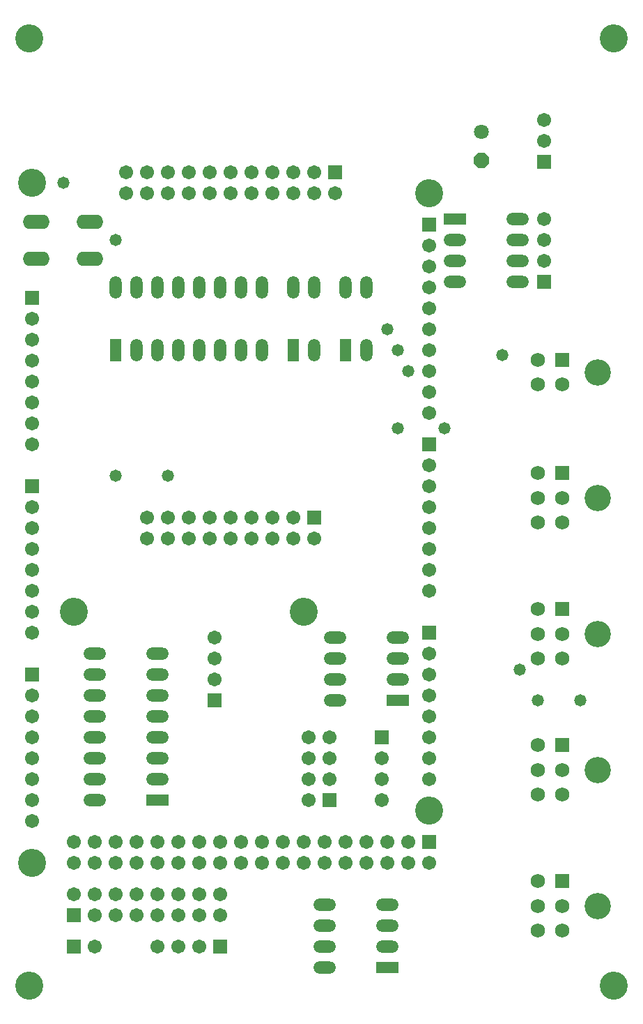
<source format=gbs>
G04 Layer_Color=16711935*
%FSLAX44Y44*%
%MOMM*%
G71*
G01*
G75*
%ADD35C,1.7032*%
%ADD36R,1.7032X1.7032*%
%ADD37R,1.7032X1.7032*%
%ADD38P,1.9520X8X292.5*%
%ADD39C,1.8034*%
%ADD40C,3.2032*%
%ADD41C,1.7333*%
%ADD42R,1.7333X1.7333*%
%ADD43O,3.2512X1.7272*%
%ADD44O,2.7432X1.4732*%
%ADD45R,2.7432X1.4732*%
%ADD46O,1.4732X2.7432*%
%ADD47R,1.4732X2.7432*%
%ADD48C,3.4032*%
%ADD49C,1.4732*%
D35*
X381000Y577850D02*
D03*
X355600Y603250D02*
D03*
Y577850D02*
D03*
X330200Y603250D02*
D03*
Y577850D02*
D03*
X304800Y603250D02*
D03*
Y577850D02*
D03*
X279400Y603250D02*
D03*
Y577850D02*
D03*
X254000Y603250D02*
D03*
Y577850D02*
D03*
X228600Y603250D02*
D03*
Y577850D02*
D03*
X203200Y603250D02*
D03*
Y577850D02*
D03*
X177800Y603250D02*
D03*
Y577850D02*
D03*
X266700Y146050D02*
D03*
Y120650D02*
D03*
X241300Y146050D02*
D03*
Y120650D02*
D03*
X215900Y146050D02*
D03*
Y120650D02*
D03*
X190500Y146050D02*
D03*
Y120650D02*
D03*
X165100Y146050D02*
D03*
Y120650D02*
D03*
X139700Y146050D02*
D03*
Y120650D02*
D03*
X114300Y146050D02*
D03*
Y120650D02*
D03*
X88900Y146050D02*
D03*
Y184150D02*
D03*
Y209550D02*
D03*
X114300Y184150D02*
D03*
Y209550D02*
D03*
X139700Y184150D02*
D03*
Y209550D02*
D03*
X165100Y184150D02*
D03*
Y209550D02*
D03*
X190500Y184150D02*
D03*
Y209550D02*
D03*
X215900Y184150D02*
D03*
Y209550D02*
D03*
X241300Y184150D02*
D03*
Y209550D02*
D03*
X266700Y184150D02*
D03*
Y209550D02*
D03*
X292100Y184150D02*
D03*
Y209550D02*
D03*
X317500Y184150D02*
D03*
Y209550D02*
D03*
X342900Y184150D02*
D03*
Y209550D02*
D03*
X368300Y184150D02*
D03*
Y209550D02*
D03*
X393700Y184150D02*
D03*
Y209550D02*
D03*
X419100Y184150D02*
D03*
Y209550D02*
D03*
X444500Y184150D02*
D03*
Y209550D02*
D03*
X469900Y184150D02*
D03*
Y209550D02*
D03*
X495300Y184150D02*
D03*
Y209550D02*
D03*
X520700Y184150D02*
D03*
X152400Y996950D02*
D03*
Y1022350D02*
D03*
X177800Y996950D02*
D03*
Y1022350D02*
D03*
X203200Y996950D02*
D03*
Y1022350D02*
D03*
X228600Y996950D02*
D03*
Y1022350D02*
D03*
X254000Y996950D02*
D03*
Y1022350D02*
D03*
X279400Y996950D02*
D03*
Y1022350D02*
D03*
X304800Y996950D02*
D03*
Y1022350D02*
D03*
X330200Y996950D02*
D03*
Y1022350D02*
D03*
X355600Y996950D02*
D03*
Y1022350D02*
D03*
X381000Y996950D02*
D03*
Y1022350D02*
D03*
X406400Y996950D02*
D03*
X374650Y336550D02*
D03*
X400050D02*
D03*
X374650Y311150D02*
D03*
X400050D02*
D03*
X374650Y285750D02*
D03*
X400050D02*
D03*
X374650Y260350D02*
D03*
X520700Y933450D02*
D03*
Y882650D02*
D03*
Y857250D02*
D03*
Y831850D02*
D03*
Y806450D02*
D03*
Y781050D02*
D03*
Y755650D02*
D03*
Y730250D02*
D03*
Y908050D02*
D03*
Y666750D02*
D03*
Y615950D02*
D03*
Y590550D02*
D03*
Y565150D02*
D03*
Y539750D02*
D03*
Y514350D02*
D03*
Y641350D02*
D03*
X38100Y844550D02*
D03*
Y793750D02*
D03*
Y768350D02*
D03*
Y742950D02*
D03*
Y717550D02*
D03*
Y692150D02*
D03*
Y819150D02*
D03*
X520700Y438150D02*
D03*
Y387350D02*
D03*
Y361950D02*
D03*
Y336550D02*
D03*
Y311150D02*
D03*
Y285750D02*
D03*
Y412750D02*
D03*
X38100Y615950D02*
D03*
Y565150D02*
D03*
Y539750D02*
D03*
Y514350D02*
D03*
Y488950D02*
D03*
Y463550D02*
D03*
Y590550D02*
D03*
Y387350D02*
D03*
Y336550D02*
D03*
Y311150D02*
D03*
Y285750D02*
D03*
Y260350D02*
D03*
Y234950D02*
D03*
Y361950D02*
D03*
X241300Y82550D02*
D03*
X215900D02*
D03*
X190500D02*
D03*
X260350Y406400D02*
D03*
Y431800D02*
D03*
Y457200D02*
D03*
X463550Y311150D02*
D03*
Y285750D02*
D03*
Y260350D02*
D03*
X660400Y1060450D02*
D03*
Y1085850D02*
D03*
Y914400D02*
D03*
Y939800D02*
D03*
Y965200D02*
D03*
X114300Y82550D02*
D03*
D36*
X381000Y603250D02*
D03*
X88900Y120650D02*
D03*
X520700Y209550D02*
D03*
X406400Y1022350D02*
D03*
X266700Y82550D02*
D03*
X88900D02*
D03*
D37*
X400050Y260350D02*
D03*
X520700Y958850D02*
D03*
Y692150D02*
D03*
X38100Y869950D02*
D03*
X520700Y463550D02*
D03*
X38100Y641350D02*
D03*
Y412750D02*
D03*
X260350Y381000D02*
D03*
X463550Y336550D02*
D03*
X660400Y1035050D02*
D03*
Y889000D02*
D03*
D38*
X584200Y1036600D02*
D03*
D39*
Y1071600D02*
D03*
D40*
X725900Y131750D02*
D03*
Y296850D02*
D03*
Y461950D02*
D03*
Y627050D02*
D03*
Y779450D02*
D03*
D41*
X652700Y101750D02*
D03*
Y131750D02*
D03*
X682700Y101750D02*
D03*
Y131750D02*
D03*
X652700Y161750D02*
D03*
Y266850D02*
D03*
Y296850D02*
D03*
X682700Y266850D02*
D03*
Y296850D02*
D03*
X652700Y326850D02*
D03*
Y431950D02*
D03*
Y461950D02*
D03*
X682700Y431950D02*
D03*
Y461950D02*
D03*
X652700Y491950D02*
D03*
Y597050D02*
D03*
Y627050D02*
D03*
X682700Y597050D02*
D03*
Y627050D02*
D03*
X652700Y657050D02*
D03*
Y764449D02*
D03*
X682700D02*
D03*
X652700Y794451D02*
D03*
D42*
X682700Y161750D02*
D03*
Y326850D02*
D03*
Y491950D02*
D03*
Y657050D02*
D03*
Y794451D02*
D03*
D43*
X43688Y962406D02*
D03*
Y917194D02*
D03*
X108712Y962406D02*
D03*
Y917194D02*
D03*
D44*
X406400Y457200D02*
D03*
Y431800D02*
D03*
Y406400D02*
D03*
Y381000D02*
D03*
X482600Y457200D02*
D03*
Y431800D02*
D03*
Y406400D02*
D03*
X393700Y133350D02*
D03*
Y107950D02*
D03*
Y82550D02*
D03*
Y57150D02*
D03*
X469900Y133350D02*
D03*
Y107950D02*
D03*
Y82550D02*
D03*
X628650Y889000D02*
D03*
Y914400D02*
D03*
Y939800D02*
D03*
Y965200D02*
D03*
X552450Y889000D02*
D03*
Y914400D02*
D03*
Y939800D02*
D03*
X114300Y438150D02*
D03*
Y412750D02*
D03*
Y387350D02*
D03*
Y361950D02*
D03*
Y336550D02*
D03*
Y311150D02*
D03*
Y285750D02*
D03*
Y260350D02*
D03*
X190500Y438150D02*
D03*
Y412750D02*
D03*
Y387350D02*
D03*
Y361950D02*
D03*
Y336550D02*
D03*
Y311150D02*
D03*
Y285750D02*
D03*
D45*
X482600Y381000D02*
D03*
X469900Y57150D02*
D03*
X552450Y965200D02*
D03*
X190500Y260350D02*
D03*
D46*
X381091Y882650D02*
D03*
X355691D02*
D03*
X381091Y806450D02*
D03*
X444591Y882650D02*
D03*
X419191D02*
D03*
X444591Y806450D02*
D03*
X317500Y882650D02*
D03*
X292100D02*
D03*
X266700D02*
D03*
X241300D02*
D03*
X215900D02*
D03*
X190500D02*
D03*
X165100D02*
D03*
X139700D02*
D03*
X317500Y806450D02*
D03*
X292100D02*
D03*
X266700D02*
D03*
X241300D02*
D03*
X215900D02*
D03*
X190500D02*
D03*
X165100D02*
D03*
D47*
X355691D02*
D03*
X419191D02*
D03*
X139700D02*
D03*
D48*
X520700Y996950D02*
D03*
X38100Y1009650D02*
D03*
X368300Y488950D02*
D03*
X88900D02*
D03*
X520700Y247650D02*
D03*
X38100Y184150D02*
D03*
X745000Y1185000D02*
D03*
X35000Y35000D02*
D03*
X745000D02*
D03*
X35000Y1185000D02*
D03*
D49*
X630936Y418846D02*
D03*
X652700Y381000D02*
D03*
X704850D02*
D03*
X609600Y800100D02*
D03*
X539750Y711200D02*
D03*
X139700Y654050D02*
D03*
X203200D02*
D03*
X495300Y781050D02*
D03*
X482600Y806450D02*
D03*
X469900Y831850D02*
D03*
X76200Y1009650D02*
D03*
X482600Y711200D02*
D03*
X139700Y939800D02*
D03*
M02*

</source>
